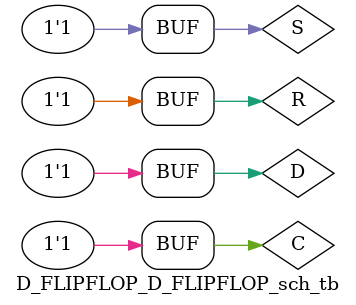
<source format=v>

`timescale 1ns / 1ps

module D_FLIPFLOP_D_FLIPFLOP_sch_tb();

// Inputs
   reg R;
   reg S;
   reg D;
   reg C;

// Output
   wire Q;
   wire Qbar;

// Bidirs

// Instantiate the UUT
   D_FLIPFLOP UUT (
		.Q(Q), 
		.Qbar(Qbar), 
		.R(R), 
		.S(S), 
		.D(D), 
		.C(C)
   );
// Initialize Inputs
//   `ifdef auto_init
initial begin
  S = 1;
  R = 1;
  //D = 1; #150;
	D = 0; #150;
	D = 1; #150;	 
end

always begin
	C=0; #50;
	C=1; #50;
end
//   `endif
endmodule

</source>
